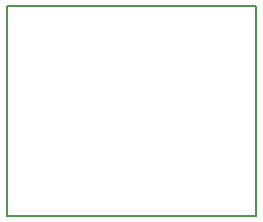
<source format=gm1>
G04*
G04 #@! TF.GenerationSoftware,Altium Limited,Altium Designer,20.0.13 (296)*
G04*
G04 Layer_Color=16711935*
%FSLAX25Y25*%
%MOIN*%
G70*
G01*
G75*
%ADD29C,0.00600*%
D29*
X404000Y226000D02*
Y296000D01*
X487000D01*
Y226000D02*
Y296000D01*
X404000Y226000D02*
X487000D01*
M02*

</source>
